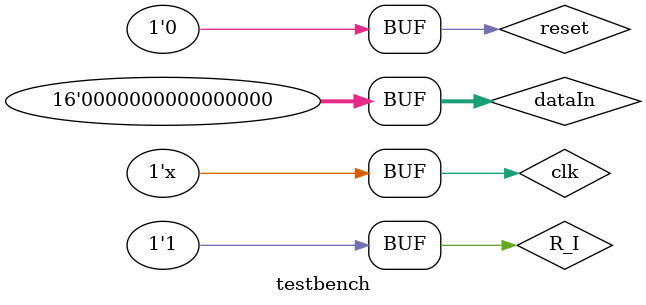
<source format=v>
`timescale 1ns / 1ps

module testbench();
    reg clk, R_I, reset;
    reg [15:0] dataIn;
    wire [31:0] dataOut;
    wire [1:0] err;
    wire r_o;
    
    initial 
    begin
        clk = 0;
        reset = 0;
        R_I = 0;
        dataIn = 0;
        #20;
        reset = 0;
        dataIn = 16'b0100000010100000;
        R_I = 1;
        #20;
        R_I = 0;
        dataIn = 0;
        #20;
        dataIn = 16'b0000000000000000;
        R_I = 1;
        #20;
        dataIn = 16'b0100000011100000;
        R_I = 1;
        #20;
        dataIn = 16'b0000000000000000;
        R_I = 1;
    end
    
    always #10 clk = ~clk;
    
    fsm fsm1(
        .clk(clk),
        .reset(reset),
        .R_I(R_I),
        .dataIn(dataIn),
        .dataOut(dataOut),
        .r_o(r_o),
        .err(err)
    );
    
    
endmodule

</source>
